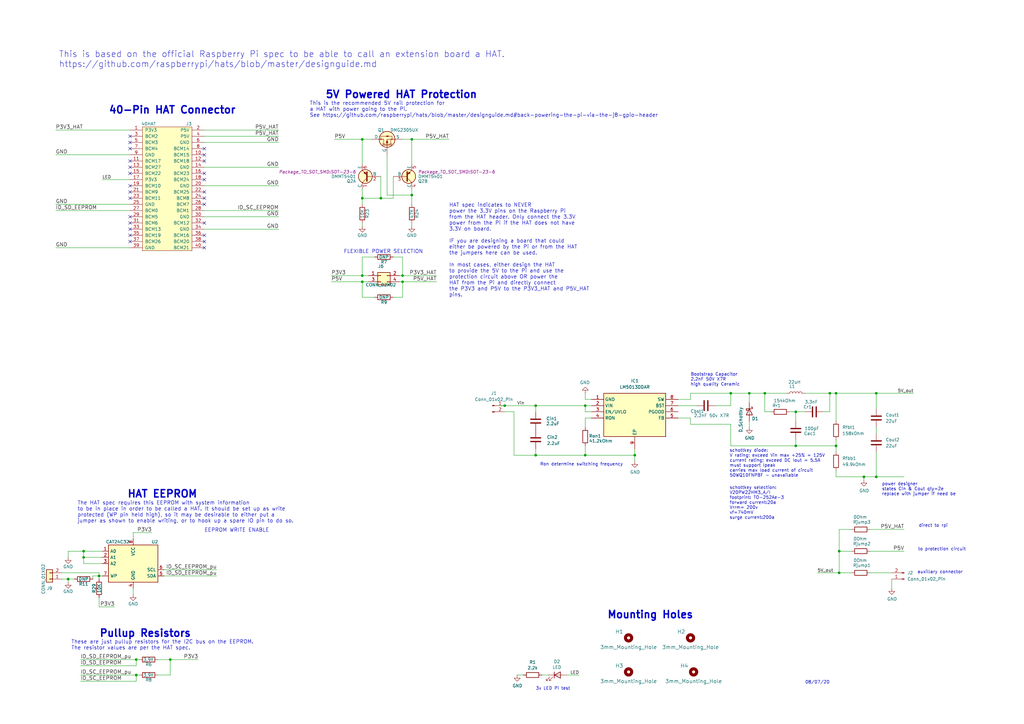
<source format=kicad_sch>
(kicad_sch (version 20250114) (generator "eeschema") (generator_version "9.0")
  (paper "A3")
  (title_block (title "Raspberry Pi HAT") (rev "A"))
  (lib_symbols
    (symbol "Connector:Conn_01x02_Pin" (pin_names (offset 1.016) (hide yes))
      (property "Reference" "J" (at 0 2.54 0))
      (property "Value" "Conn_01x02_Pin" (at 0 -5.08 0))
      (symbol "Conn_01x02_Pin_1_1"
        (rectangle (start 0.8636 0.127) (end 0 -0.127) (stroke (width 0.1524)) (fill (type outline)))
        (rectangle (start 0.8636 -2.413) (end 0 -2.667) (stroke (width 0.1524)) (fill (type outline)))
        (polyline (pts (xy 1.27 0) (xy 0.8636 0)) (stroke (width 0.1524)))
        (polyline (pts (xy 1.27 -2.54) (xy 0.8636 -2.54)) (stroke (width 0.1524)))
        (pin passive line (at 5.08 0 180) (length 3.81) (name "Pin_1") (number "1"))
        (pin passive line (at 5.08 -2.54 180) (length 3.81) (name "Pin_2") (number "2"))
      )
    )
    (symbol "Connector_Generic:Conn_01x02" (pin_names (offset 1.016) (hide yes))
      (property "Reference" "J" (at 0 2.54 0))
      (property "Value" "Conn_01x02" (at 0 -5.08 0))
      (symbol "Conn_01x02_1_1"
        (rectangle (start -1.27 1.27) (end 1.27 -3.81) (stroke (width 0.254)) (fill (type background)))
        (rectangle (start -1.27 0.127) (end 0 -0.127) (stroke (width 0.1524)))
        (rectangle (start -1.27 -2.413) (end 0 -2.667) (stroke (width 0.1524)))
        (pin passive line (at -5.08 0 0) (length 3.81) (name "Pin_1") (number "1"))
        (pin passive line (at -5.08 -2.54 0) (length 3.81) (name "Pin_2") (number "2"))
      )
    )
    (symbol "Connector_Generic:Conn_02x02_Odd_Even" (pin_names (offset 1.016) (hide yes))
      (property "Reference" "J" (at 1.27 2.54 0))
      (property "Value" "Conn_02x02_Odd_Even" (at 1.27 -5.08 0))
      (symbol "Conn_02x02_Odd_Even_1_1"
        (rectangle (start -1.27 1.27) (end 3.81 -3.81) (stroke (width 0.254)) (fill (type background)))
        (rectangle (start -1.27 0.127) (end 0 -0.127) (stroke (width 0.1524)))
        (rectangle (start -1.27 -2.413) (end 0 -2.667) (stroke (width 0.1524)))
        (rectangle (start 3.81 0.127) (end 2.54 -0.127) (stroke (width 0.1524)))
        (rectangle (start 3.81 -2.413) (end 2.54 -2.667) (stroke (width 0.1524)))
        (pin passive line (at -5.08 0 0) (length 3.81) (name "Pin_1") (number "1"))
        (pin passive line (at -5.08 -2.54 0) (length 3.81) (name "Pin_3") (number "3"))
        (pin passive line (at 7.62 0 180) (length 3.81) (name "Pin_2") (number "2"))
        (pin passive line (at 7.62 -2.54 180) (length 3.81) (name "Pin_4") (number "4"))
      )
    )
    (symbol "Device:C" (pin_numbers (hide yes)) (pin_names (offset 0.254))
      (property "Reference" "C" (at 0.635 2.54 0))
      (property "Value" "C" (at 0.635 -2.54 0))
      (symbol "C_0_1"
        (polyline (pts (xy -2.032 0.762) (xy 2.032 0.762)) (stroke (width 0.508)))
        (polyline (pts (xy -2.032 -0.762) (xy 2.032 -0.762)) (stroke (width 0.508)))
      )
      (symbol "C_1_1"
        (pin passive line (at 0 3.81 270) (length 2.794) (name "~") (number "1"))
        (pin passive line (at 0 -3.81 90) (length 2.794) (name "~") (number "2"))
      )
    )
    (symbol "Device:D_Schottky" (pin_numbers (hide yes)) (pin_names (offset 1.016) (hide yes))
      (property "Reference" "D" (at 0 2.54 0))
      (property "Value" "D_Schottky" (at 0 -2.54 0))
      (symbol "D_Schottky_0_1"
        (polyline (pts (xy -1.905 0.635) (xy -1.905 1.27) (xy -1.27 1.27) (xy -1.27 -1.27) (xy -0.635 -1.27) (xy -0.635 -0.635)) (stroke (width 0.254)))
        (polyline (pts (xy 1.27 1.27) (xy 1.27 -1.27) (xy -1.27 0) (xy 1.27 1.27)) (stroke (width 0.254)))
        (polyline (pts (xy 1.27 0) (xy -1.27 0)))
      )
      (symbol "D_Schottky_1_1"
        (pin passive line (at -3.81 0 0) (length 2.54) (name "K") (number "1"))
        (pin passive line (at 3.81 0 180) (length 2.54) (name "A") (number "2"))
      )
    )
    (symbol "Device:L" (pin_numbers (hide yes)) (pin_names (offset 1.016) (hide yes))
      (property "Reference" "L" (at -1.27 0 90))
      (property "Value" "L" (at 1.905 0 90))
      (symbol "L_0_1"
        (arc (start 0 2.54) (mid 0.6323 1.905) (end 0 1.27))
        (arc (start 0 1.27) (mid 0.6323 0.635) (end 0 0))
        (arc (start 0 0) (mid 0.6323 -0.635) (end 0 -1.27))
        (arc (start 0 -1.27) (mid 0.6323 -1.905) (end 0 -2.54))
      )
      (symbol "L_1_1"
        (pin passive line (at 0 3.81 270) (length 1.27) (name "1") (number "1"))
        (pin passive line (at 0 -3.81 90) (length 1.27) (name "2") (number "2"))
      )
    )
    (symbol "Device:LED" (pin_numbers (hide yes)) (pin_names (offset 1.016) (hide yes))
      (property "Reference" "D" (at 0 2.54 0))
      (property "Value" "LED" (at 0 -2.54 0))
      (symbol "LED_0_1"
        (polyline (pts (xy -3.048 -0.762) (xy -4.572 -2.286) (xy -3.81 -2.286) (xy -4.572 -2.286) (xy -4.572 -1.524)))
        (polyline (pts (xy -1.778 -0.762) (xy -3.302 -2.286) (xy -2.54 -2.286) (xy -3.302 -2.286) (xy -3.302 -1.524)))
        (polyline (pts (xy -1.27 0) (xy 1.27 0)))
        (polyline (pts (xy -1.27 -1.27) (xy -1.27 1.27)) (stroke (width 0.254)))
        (polyline (pts (xy 1.27 -1.27) (xy 1.27 1.27) (xy -1.27 0) (xy 1.27 -1.27)) (stroke (width 0.254)))
      )
      (symbol "LED_1_1"
        (pin passive line (at -3.81 0 0) (length 2.54) (name "K") (number "1"))
        (pin passive line (at 3.81 0 180) (length 2.54) (name "A") (number "2"))
      )
    )
    (symbol "Device:R" (pin_numbers (hide yes)) (pin_names (offset 0))
      (property "Reference" "R" (at 2.032 0 90))
      (property "Value" "R" (at 0 0 90))
      (symbol "R_0_1"
        (rectangle (start -1.016 -2.54) (end 1.016 2.54) (stroke (width 0.254)))
      )
      (symbol "R_1_1"
        (pin passive line (at 0 3.81 270) (length 1.27) (name "~") (number "1"))
        (pin passive line (at 0 -3.81 90) (length 1.27) (name "~") (number "2"))
      )
    )
    (symbol "LM5013DDAR:LM5013DDAR"
      (property "Reference" "IC" (at 31.75 7.62 0))
      (property "Value" "LM5013DDAR" (at 31.75 5.08 0))
      (symbol "LM5013DDAR_1_1"
        (rectangle (start 5.08 2.54) (end 30.48 -15.24) (stroke (width 0.254)) (fill (type background)))
        (pin passive line (at 0 0 0) (length 5.08) (name "GND") (number "1"))
        (pin passive line (at 0 -2.54 0) (length 5.08) (name "VIN") (number "2"))
        (pin passive line (at 0 -5.08 0) (length 5.08) (name "EN/UVLO") (number "3"))
        (pin passive line (at 0 -7.62 0) (length 5.08) (name "RON") (number "4"))
        (pin passive line (at 17.78 -20.32 90) (length 5.08) (name "EP") (number "9"))
        (pin passive line (at 35.56 0 180) (length 5.08) (name "SW") (number "8"))
        (pin passive line (at 35.56 -2.54 180) (length 5.08) (name "BST") (number "7"))
        (pin passive line (at 35.56 -5.08 180) (length 5.08) (name "PGOOD") (number "6"))
        (pin passive line (at 35.56 -7.62 180) (length 5.08) (name "FB") (number "5"))
      )
    )
    (symbol "Mechanical:MountingHole" (pin_names (offset 1.016))
      (property "Reference" "H" (at 0 5.08 0))
      (property "Value" "MountingHole" (at 0 3.175 0))
      (symbol "MountingHole_0_1"
        (circle (center 0 0) (radius 1.27) (stroke (width 1.27)))
      )
    )
    (symbol "power:GND" (power) (pin_names (offset 0))
      (property "Value" "GND" (at 0 -3.81 0))
      (symbol "GND_0_1"
        (polyline (pts (xy 0 0) (xy 0 -1.27) (xy 1.27 -1.27) (xy 0 -2.54) (xy -1.27 -1.27) (xy 0 -1.27)))
      )
      (symbol "GND_1_1"
        (pin power_in line (at 0 0 270) (length 0) (hide yes) (name "GND") (number "1"))
      )
    )
    (symbol "raspberrypi_hat:CAT24C32" (pin_names (offset 0.762))
      (property "Reference" "U" (at -8.89 8.89 0))
      (property "Value" "CAT24C32" (at 6.35 8.89 0))
      (symbol "CAT24C32_0_0"
        (pin power_in line (at 0 10.16 270) (length 2.54) (name "VCC") (number "8"))
        (pin power_in line (at 0 -10.16 90) (length 2.54) (name "GND") (number "4"))
      )
      (symbol "CAT24C32_1_1"
        (rectangle (start -10.16 -7.62) (end 10.16 7.62) (stroke (width 0.254)) (fill (type background)))
        (pin input line (at -12.7 5.08 0) (length 2.54) (name "A0") (number "1"))
        (pin input line (at -12.7 2.54 0) (length 2.54) (name "A1") (number "2"))
        (pin input line (at -12.7 0 0) (length 2.54) (name "A2") (number "3"))
        (pin input line (at -12.7 -5.08 0) (length 2.54) (name "WP") (number "7"))
        (pin input line (at 12.7 -2.54 180) (length 2.54) (name "SCL") (number "6"))
        (pin bidirectional line (at 12.7 -5.08 180) (length 2.54) (name "SDA") (number "5"))
      )
    )
    (symbol "raspberrypi_hat:DMG2305UX" (pin_numbers (hide yes)) (pin_names (offset 0))
      (property "Reference" "Q" (at -2.54 3.81 0))
      (property "Value" "DMG2305UX" (at 12.7 3.81 0))
      (symbol "DMG2305UX_0_1"
        (polyline (pts (xy -2.54 0) (xy -2.286 0)) (stroke (width 0.254)))
        (polyline (pts (xy -2.286 1.778) (xy -2.286 -1.905) (xy -2.286 -1.397) (xy -2.286 -1.651)) (stroke (width 0.254)))
        (polyline (pts (xy -1.778 1.905) (xy -1.778 0.889)))
        (polyline (pts (xy -1.778 1.397) (xy 0 1.397)))
        (polyline (pts (xy -1.778 0.508) (xy -1.778 -0.508)))
        (polyline (pts (xy -1.778 0) (xy 0 0)))
        (polyline (pts (xy -1.778 -1.016) (xy -1.778 -2.032)))
        (polyline (pts (xy -1.778 -1.524) (xy 0 -1.524)))
        (polyline (pts (xy -0.381 0) (xy -1.397 0.381) (xy -1.397 -0.381) (xy -0.381 0)) (fill (type outline)))
        (polyline (pts (xy 0 2.54) (xy 1.27 2.54) (xy 1.27 0.508) (xy 1.27 -2.032) (xy 0 -2.032)))
        (polyline (pts (xy 0 2.159) (xy 0 1.397)))
        (polyline (pts (xy 0 1.524) (xy 0 2.794)))
        (circle (center 0 0) (radius 3.2512) (stroke (width 0.254)) (fill (type background)))
        (polyline (pts (xy 0 -1.27) (xy 0 -2.032)))
        (polyline (pts (xy 0 -1.778) (xy 0 0)))
        (polyline (pts (xy 0 -2.032) (xy 0 -2.921)))
        (circle (center 0.0254 2.54) (radius 0.1778) (fill (type outline)))
        (circle (center 0.0254 -2.032) (radius 0.1524) (fill (type outline)))
        (polyline (pts (xy 0.889 -0.5334) (xy 1.6764 -0.508)))
        (polyline (pts (xy 1.27 -0.4572) (xy 0.9906 0.1524) (xy 1.524 0.1524) (xy 1.2446 -0.4572)) (fill (type outline)))
      )
      (symbol "DMG2305UX_1_1"
        (pin input line (at -6.35 0 0) (length 3.81) (name "G") (number "1"))
        (pin passive line (at 0 6.35 270) (length 3.81) (name "D") (number "3"))
        (pin passive line (at 0 -6.35 90) (length 3.81) (name "S") (number "2"))
      )
    )
    (symbol "raspberrypi_hat:DMMT5401" (pin_names (offset 0))
      (property "Reference" "Q" (at 5.08 1.905 0))
      (property "Value" "DMMT5401" (at 5.08 0 0))
      (property "Footprint" "SOT-26" (at 5.08 -1.905 0))
      (symbol "DMMT5401_0_1"
        (polyline (pts (xy 0 0) (xy 0.635 0)))
        (polyline (pts (xy 0.635 1.905) (xy 0.635 -1.905) (xy 0.635 -1.905)) (stroke (width 0.508)) (fill (type outline)))
        (circle (center 1.27 0) (radius 2.8194) (stroke (width 0.254)) (fill (type background)))
        (polyline (pts (xy 1.397 -1.905) (xy 1.905 -1.397) (xy 0.889 -0.889) (xy 1.397 -1.905) (xy 1.397 -1.905)) (fill (type outline)))
        (polyline (pts (xy 2.54 2.54) (xy 0.635 0.635)))
        (polyline (pts (xy 2.54 -2.54) (xy 0.635 -0.635)))
      )
      (symbol "DMMT5401_1_1"
        (pin input line (at -5.08 0 0) (length 5.08) (name "B") (number "2"))
        (pin passive line (at 2.54 5.08 270) (length 2.54) (name "C") (number "1"))
        (pin passive line (at 2.54 -5.08 90) (length 2.54) (name "E") (number "6"))
      )
      (symbol "DMMT5401_2_1"
        (pin input line (at -5.08 0 0) (length 5.08) (name "B") (number "3"))
        (pin passive line (at 2.54 5.08 270) (length 2.54) (name "C") (number "4"))
        (pin passive line (at 2.54 -5.08 90) (length 2.54) (name "E") (number "5"))
      )
    )
    (symbol "raspberrypi_hat:OX40HAT" (pin_names (offset 1.016))
      (property "Reference" "J" (at 8.89 2.54 0))
      (property "Value" "OX40HAT" (at -7.62 2.54 0))
      (symbol "OX40HAT_0_1"
        (rectangle (start -10.16 1.27) (end 10.16 -49.53) (fill (type background)))
      )
      (symbol "OX40HAT_1_1"
        (pin bidirectional line (at -15.24 0 0) (length 5.08) (name "P3V3") (number "1"))
        (pin bidirectional line (at -15.24 -2.54 0) (length 5.08) (name "BCM2") (number "3"))
        (pin bidirectional line (at -15.24 -5.08 0) (length 5.08) (name "BCM3") (number "5"))
        (pin bidirectional line (at -15.24 -7.62 0) (length 5.08) (name "BCM4") (number "7"))
        (pin bidirectional line (at -15.24 -10.16 0) (length 5.08) (name "GND") (number "9"))
        (pin bidirectional line (at -15.24 -12.7 0) (length 5.08) (name "BCM17") (number "11"))
        (pin bidirectional line (at -15.24 -15.24 0) (length 5.08) (name "BCM27") (number "13"))
        (pin bidirectional line (at -15.24 -17.78 0) (length 5.08) (name "BCM22") (number "15"))
        (pin bidirectional line (at -15.24 -20.32 0) (length 5.08) (name "P3V3") (number "17"))
        (pin bidirectional line (at -15.24 -22.86 0) (length 5.08) (name "BCM10") (number "19"))
        (pin bidirectional line (at -15.24 -25.4 0) (length 5.08) (name "BCM9") (number "21"))
        (pin bidirectional line (at -15.24 -27.94 0) (length 5.08) (name "BCM11") (number "23"))
        (pin bidirectional line (at -15.24 -30.48 0) (length 5.08) (name "GND") (number "25"))
        (pin bidirectional line (at -15.24 -33.02 0) (length 5.08) (name "BCM0") (number "27"))
        (pin bidirectional line (at -15.24 -35.56 0) (length 5.08) (name "BCM5") (number "29"))
        (pin bidirectional line (at -15.24 -38.1 0) (length 5.08) (name "BCM6") (number "31"))
        (pin bidirectional line (at -15.24 -40.64 0) (length 5.08) (name "BCM13") (number "33"))
        (pin bidirectional line (at -15.24 -43.18 0) (length 5.08) (name "BCM19") (number "35"))
        (pin bidirectional line (at -15.24 -45.72 0) (length 5.08) (name "BCM26") (number "37"))
        (pin bidirectional line (at -15.24 -48.26 0) (length 5.08) (name "GND") (number "39"))
        (pin bidirectional line (at 15.24 0 180) (length 5.08) (name "P5V") (number "2"))
        (pin bidirectional line (at 15.24 -2.54 180) (length 5.08) (name "P5V") (number "4"))
        (pin bidirectional line (at 15.24 -5.08 180) (length 5.08) (name "GND") (number "6"))
        (pin bidirectional line (at 15.24 -7.62 180) (length 5.08) (name "BCM14") (number "8"))
        (pin bidirectional line (at 15.24 -10.16 180) (length 5.08) (name "BCM15") (number "10"))
        (pin bidirectional line (at 15.24 -12.7 180) (length 5.08) (name "BCM18") (number "12"))
        (pin bidirectional line (at 15.24 -15.24 180) (length 5.08) (name "GND") (number "14"))
        (pin bidirectional line (at 15.24 -17.78 180) (length 5.08) (name "BCM23") (number "16"))
        (pin bidirectional line (at 15.24 -20.32 180) (length 5.08) (name "BCM24") (number "18"))
        (pin bidirectional line (at 15.24 -22.86 180) (length 5.08) (name "GND") (number "20"))
        (pin bidirectional line (at 15.24 -25.4 180) (length 5.08) (name "BCM25") (number "22"))
        (pin bidirectional line (at 15.24 -27.94 180) (length 5.08) (name "BCM8") (number "24"))
        (pin bidirectional line (at 15.24 -30.48 180) (length 5.08) (name "BCM7") (number "26"))
        (pin bidirectional line (at 15.24 -33.02 180) (length 5.08) (name "BCM1") (number "28"))
        (pin bidirectional line (at 15.24 -35.56 180) (length 5.08) (name "GND") (number "30"))
        (pin bidirectional line (at 15.24 -38.1 180) (length 5.08) (name "BCM12") (number "32"))
        (pin bidirectional line (at 15.24 -40.64 180) (length 5.08) (name "GND") (number "34"))
        (pin bidirectional line (at 15.24 -43.18 180) (length 5.08) (name "BCM16") (number "36"))
        (pin bidirectional line (at 15.24 -45.72 180) (length 5.08) (name "BCM20") (number "38"))
        (pin bidirectional line (at 15.24 -48.26 180) (length 5.08) (name "BCM21") (number "40"))
      )
    )
  )
  (text "3v LED Pi test" (at 219.71 283.21 0) (effects (font (size 1.27 1.27)) (justify left bottom)))
  (text "This is the recommended 5V rail protection for \na HAT with power going to the Pi.\nSee https://github.com/raspberrypi/hats/blob/master/designguide.md#back-powering-the-pi-via-the-j8-gpio-header" (at 127 48.26 0) (effects (font (size 1.524 1.524)) (justify left bottom)))
  (text "direct to rpi" (at 382.778 215.646 0) (effects (font (size 1.27 1.27))))
  (text "5V Powered HAT Protection" (at 133.35 40.64 0) (effects (font (size 2.9972 2.9972) (thickness 0.5994) (bold yes)) (justify left bottom)))
  (text "08/07/20" (at 330.2 280.67 0) (effects (font (size 1.27 1.27)) (justify left bottom)))
  (text "HAT EEPROM" (at 52.07 204.47 0) (effects (font (size 2.9972 2.9972) (thickness 0.5994) (bold yes)) (justify left bottom)))
  (text "Pullup Resistors" (at 40.64 261.62 0) (effects (font (size 2.9972 2.9972) (thickness 0.5994) (bold yes)) (justify left bottom)))
  (text "schottkey selection:\nV20PW22HM3_A/I\nfootprint: TO-252Ae-3\nforward current:20a\nVrrm= 200v\nvf=740mV\nsurge current:200a\n" (at 299.212 206.248 0) (effects (font (size 1.27 1.27)) (justify left)))
  (text "The HAT spec requires this EEPROM with system information\nto be in place in order to be called a HAT. It should be set up as write\nprotected (WP pin held high), so it may be desirable to either put a \njumper as shown to enable writing, or to hook up a spare IO pin to do so." (at 31.75 214.63 0) (effects (font (size 1.524 1.524)) (justify left bottom)))
  (text "This is based on the official Raspberry Pi spec to be able to call an extension board a HAT.\nhttps://github.com/raspberrypi/hats/blob/master/designguide.md" (at 24.13 27.94 0) (effects (font (size 2.54 2.54)) (justify left bottom)))
  (text "HAT spec indicates to NEVER\npower the 3.3V pins on the Raspberry Pi \nfrom the HAT header. Only connect the 3.3V\npower from the Pi if the HAT does not have\n3.3V on board.\n\nIF you are designing a board that could\neither be powered by the Pi or from the HAT\nthe jumpers here can be used.\n\nIn most cases, either design the HAT \nto provide the 5V to the Pi and use the\nprotection circuit above OR power the\nHAT from the Pi and directly connect\nthe P3V3 and P5V to the P3V3_HAT and P5V_HAT\npins." (at 184.15 121.92 0) (effects (font (size 1.524 1.524)) (justify left bottom)))
  (text "EEPROM WRITE ENABLE" (at 83.82 218.44 0) (effects (font (size 1.524 1.524)) (justify left bottom)))
  (text "schottkey diode:\nV rating; exceed Vin max +25% = 125V\ncurrent rating; exceed DC Iout = 5.5A\nmust support Ipeak\ncarries max load current of circuit\n50WQ10FNPBF - unavailable" (at 299.212 189.992 0) (effects (font (size 1.27 1.27)) (justify left)))
  (text "These are just pullup resistors for the I2C bus on the EEPROM.\nThe resistor values are per the HAT spec." (at 29.21 266.7 0) (effects (font (size 1.524 1.524)) (justify left bottom)))
  (text "to protection circuit" (at 386.334 225.298 0) (effects (font (size 1.27 1.27))))
  (text "power designer\nstates Cin & Cout qty=2e\nreplace with jumper if need be" (at 361.696 200.66 0) (effects (font (size 1.27 1.27)) (justify left)))
  (text "40-Pin HAT Connector" (at 44.45 46.99 0) (effects (font (size 2.9972 2.9972) (thickness 0.5994) (bold yes)) (justify left bottom)))
  (text "Ron determine switching frequency" (at 238.506 190.5 0) (effects (font (size 1.27 1.27))))
  (text "Mounting Holes" (at 248.92 254 0) (effects (font (size 2.9972 2.9972) (thickness 0.5994) (bold yes)) (justify left bottom)))
  (text "FLEXIBLE POWER SELECTION" (at 140.97 104.14 0) (effects (font (size 1.524 1.524)) (justify left bottom)))
  (text "Bootstrap Capacitor\n2.2nF 50V X7R\nhigh quality Ceramic" (at 283.21 155.702 0) (effects (font (size 1.27 1.27)) (justify left)))
  (text "auxillary connector" (at 385.572 234.696 0) (effects (font (size 1.27 1.27))))
  (junction (at 313.69 161.29))
  (junction (at 219.71 166.37))
  (junction (at 168.91 80.01))
  (junction (at 240.03 166.37))
  (junction (at 359.41 161.29))
  (junction (at 168.91 57.15))
  (junction (at 342.9 161.29))
  (junction (at 354.33 195.58))
  (junction (at 69.85 270.51))
  (junction (at 219.71 186.69))
  (junction (at 148.59 115.57))
  (junction (at 40.64 236.22))
  (junction (at 260.35 186.69))
  (junction (at 340.36 161.29))
  (junction (at 34.29 226.06))
  (junction (at 359.41 195.58))
  (junction (at 148.59 113.03))
  (junction (at 240.03 186.69))
  (junction (at 55.88 270.51))
  (junction (at 344.17 226.06))
  (junction (at 326.39 168.91))
  (junction (at 148.59 57.15))
  (junction (at 207.01 166.37))
  (junction (at 326.39 182.88))
  (junction (at 307.34 161.29))
  (junction (at 55.88 276.86))
  (junction (at 156.21 81.28))
  (junction (at 165.1 115.57))
  (junction (at 344.17 234.95))
  (junction (at 299.72 161.29))
  (junction (at 165.1 113.03))
  (junction (at 34.29 228.6))
  (junction (at 342.9 182.88))
  (junction (at 148.59 81.28))
  (junction (at 27.94 237.49))
  (no_connect (at 83.82 91.44))
  (no_connect (at 83.82 63.5))
  (no_connect (at 83.82 78.74))
  (no_connect (at 53.34 88.9))
  (no_connect (at 53.34 91.44))
  (no_connect (at 83.82 101.6))
  (no_connect (at 53.34 99.06))
  (no_connect (at 83.82 73.66))
  (no_connect (at 83.82 66.04))
  (no_connect (at 53.34 78.74))
  (no_connect (at 83.82 81.28))
  (no_connect (at 53.34 66.04))
  (no_connect (at 53.34 68.58))
  (no_connect (at 83.82 71.12))
  (no_connect (at 53.34 58.42))
  (no_connect (at 53.34 55.88))
  (no_connect (at 83.82 60.96))
  (no_connect (at 53.34 60.96))
  (no_connect (at 53.34 76.2))
  (no_connect (at 83.82 96.52))
  (no_connect (at 53.34 96.52))
  (no_connect (at 53.34 81.28))
  (no_connect (at 53.34 93.98))
  (no_connect (at 83.82 99.06))
  (no_connect (at 53.34 71.12))
  (no_connect (at 83.82 83.82))
  (wire (pts (xy 240.03 171.45) (xy 242.57 171.45)))
  (wire (pts (xy 38.1 236.22) (xy 38.1 237.49)))
  (wire (pts (xy 326.39 168.91) (xy 326.39 172.72)))
  (wire (pts (xy 137.16 57.15) (xy 148.59 57.15)))
  (wire (pts (xy 356.87 234.95) (xy 365.76 234.95)))
  (wire (pts (xy 370.84 195.58) (xy 359.41 195.58)))
  (wire (pts (xy 27.94 237.49) (xy 30.48 237.49)))
  (wire (pts (xy 27.94 226.06) (xy 34.29 226.06)))
  (wire (pts (xy 158.75 63.5) (xy 158.75 80.01)))
  (wire (pts (xy 83.82 55.88) (xy 114.3 55.88)))
  (wire (pts (xy 342.9 195.58) (xy 354.33 195.58)))
  (wire (pts (xy 40.64 236.22) (xy 41.91 236.22)))
  (wire (pts (xy 335.28 234.95) (xy 344.17 234.95)))
  (wire (pts (xy 165.1 121.92) (xy 165.1 115.57)))
  (wire (pts (xy 54.61 218.44) (xy 62.23 218.44)))
  (wire (pts (xy 207.01 166.37) (xy 219.71 166.37)))
  (wire (pts (xy 165.1 57.15) (xy 168.91 57.15)))
  (wire (pts (xy 53.34 86.36) (xy 22.86 86.36)))
  (wire (pts (xy 242.57 166.37) (xy 240.03 166.37)))
  (wire (pts (xy 158.75 80.01) (xy 168.91 80.01)))
  (wire (pts (xy 163.83 113.03) (xy 165.1 113.03)))
  (wire (pts (xy 260.35 184.15) (xy 260.35 186.69)))
  (wire (pts (xy 153.67 105.41) (xy 148.59 105.41)))
  (wire (pts (xy 349.25 217.17) (xy 344.17 217.17)))
  (wire (pts (xy 165.1 113.03) (xy 165.1 105.41)))
  (wire (pts (xy 40.64 234.95) (xy 40.64 236.22)))
  (wire (pts (xy 55.88 279.4) (xy 33.02 279.4)))
  (wire (pts (xy 135.89 115.57) (xy 148.59 115.57)))
  (wire (pts (xy 214.63 276.86) (xy 212.09 276.86)))
  (wire (pts (xy 260.35 189.23) (xy 260.35 186.69)))
  (wire (pts (xy 222.25 276.86) (xy 224.79 276.86)))
  (wire (pts (xy 27.94 226.06) (xy 27.94 228.6)))
  (wire (pts (xy 53.34 63.5) (xy 22.86 63.5)))
  (wire (pts (xy 299.72 166.37) (xy 299.72 161.29)))
  (wire (pts (xy 33.02 276.86) (xy 55.88 276.86)))
  (wire (pts (xy 135.89 113.03) (xy 148.59 113.03)))
  (wire (pts (xy 326.39 168.91) (xy 330.2 168.91)))
  (wire (pts (xy 38.1 236.22) (xy 40.64 236.22)))
  (wire (pts (xy 40.64 248.92) (xy 40.64 245.11)))
  (wire (pts (xy 55.88 276.86) (xy 57.15 276.86)))
  (wire (pts (xy 83.82 53.34) (xy 114.3 53.34)))
  (wire (pts (xy 165.1 105.41) (xy 161.29 105.41)))
  (wire (pts (xy 53.34 53.34) (xy 22.86 53.34)))
  (wire (pts (xy 156.21 72.39) (xy 156.21 81.28)))
  (wire (pts (xy 161.29 121.92) (xy 165.1 121.92)))
  (wire (pts (xy 240.03 182.88) (xy 240.03 186.69)))
  (wire (pts (xy 340.36 168.91) (xy 340.36 161.29)))
  (wire (pts (xy 148.59 115.57) (xy 148.59 121.92)))
  (wire (pts (xy 316.23 168.91) (xy 313.69 168.91)))
  (wire (pts (xy 168.91 80.01) (xy 168.91 83.82)))
  (wire (pts (xy 148.59 105.41) (xy 148.59 113.03)))
  (wire (pts (xy 83.82 76.2) (xy 114.3 76.2)))
  (wire (pts (xy 204.47 166.37) (xy 207.01 166.37)))
  (wire (pts (xy 307.34 165.1) (xy 307.34 161.29)))
  (wire (pts (xy 342.9 161.29) (xy 342.9 172.72)))
  (wire (pts (xy 34.29 231.14) (xy 41.91 231.14)))
  (wire (pts (xy 27.94 238.76) (xy 27.94 237.49)))
  (wire (pts (xy 240.03 168.91) (xy 240.03 166.37)))
  (wire (pts (xy 69.85 276.86) (xy 69.85 270.51)))
  (wire (pts (xy 342.9 193.04) (xy 342.9 195.58)))
  (wire (pts (xy 34.29 226.06) (xy 34.29 228.6)))
  (wire (pts (xy 337.82 168.91) (xy 340.36 168.91)))
  (wire (pts (xy 299.72 182.88) (xy 326.39 182.88)))
  (wire (pts (xy 148.59 81.28) (xy 148.59 83.82)))
  (wire (pts (xy 41.91 228.6) (xy 34.29 228.6)))
  (wire (pts (xy 283.21 173.99) (xy 299.72 173.99)))
  (wire (pts (xy 219.71 186.69) (xy 240.03 186.69)))
  (wire (pts (xy 342.9 161.29) (xy 359.41 161.29)))
  (wire (pts (xy 67.31 233.68) (xy 88.9 233.68)))
  (wire (pts (xy 359.41 161.29) (xy 359.41 167.64)))
  (wire (pts (xy 210.82 168.91) (xy 210.82 186.69)))
  (wire (pts (xy 69.85 270.51) (xy 81.28 270.51)))
  (wire (pts (xy 55.88 270.51) (xy 57.15 270.51)))
  (wire (pts (xy 168.91 77.47) (xy 168.91 80.01)))
  (wire (pts (xy 340.36 161.29) (xy 342.9 161.29)))
  (wire (pts (xy 83.82 88.9) (xy 114.3 88.9)))
  (wire (pts (xy 148.59 77.47) (xy 148.59 81.28)))
  (wire (pts (xy 55.88 273.05) (xy 55.88 270.51)))
  (wire (pts (xy 55.88 273.05) (xy 33.02 273.05)))
  (wire (pts (xy 313.69 168.91) (xy 313.69 161.29)))
  (wire (pts (xy 163.83 115.57) (xy 165.1 115.57)))
  (wire (pts (xy 148.59 81.28) (xy 156.21 81.28)))
  (wire (pts (xy 219.71 166.37) (xy 219.71 168.91)))
  (wire (pts (xy 83.82 68.58) (xy 114.3 68.58)))
  (wire (pts (xy 330.2 161.29) (xy 340.36 161.29)))
  (wire (pts (xy 232.41 276.86) (xy 237.49 276.86)))
  (wire (pts (xy 356.87 226.06) (xy 370.84 226.06)))
  (wire (pts (xy 46.99 248.92) (xy 40.64 248.92)))
  (wire (pts (xy 354.33 195.58) (xy 354.33 196.85)))
  (wire (pts (xy 88.9 236.22) (xy 67.31 236.22)))
  (wire (pts (xy 83.82 58.42) (xy 114.3 58.42)))
  (wire (pts (xy 323.85 168.91) (xy 326.39 168.91)))
  (wire (pts (xy 148.59 92.71) (xy 148.59 91.44)))
  (wire (pts (xy 25.4 234.95) (xy 40.64 234.95)))
  (wire (pts (xy 365.76 237.49) (xy 365.76 241.3)))
  (wire (pts (xy 326.39 182.88) (xy 342.9 182.88)))
  (wire (pts (xy 156.21 81.28) (xy 161.29 81.28)))
  (wire (pts (xy 148.59 67.31) (xy 148.59 57.15)))
  (wire (pts (xy 349.25 226.06) (xy 344.17 226.06)))
  (wire (pts (xy 34.29 228.6) (xy 34.29 231.14)))
  (wire (pts (xy 168.91 92.71) (xy 168.91 91.44)))
  (wire (pts (xy 344.17 234.95) (xy 349.25 234.95)))
  (wire (pts (xy 299.72 173.99) (xy 299.72 182.88)))
  (wire (pts (xy 313.69 161.29) (xy 322.58 161.29)))
  (wire (pts (xy 168.91 67.31) (xy 168.91 57.15)))
  (wire (pts (xy 356.87 217.17) (xy 370.84 217.17)))
  (wire (pts (xy 278.13 163.83) (xy 283.21 163.83)))
  (wire (pts (xy 344.17 226.06) (xy 344.17 234.95)))
  (wire (pts (xy 165.1 115.57) (xy 179.07 115.57)))
  (wire (pts (xy 344.17 217.17) (xy 344.17 226.06)))
  (wire (pts (xy 55.88 279.4) (xy 55.88 276.86)))
  (wire (pts (xy 207.01 168.91) (xy 210.82 168.91)))
  (wire (pts (xy 342.9 182.88) (xy 342.9 185.42)))
  (wire (pts (xy 359.41 161.29) (xy 374.65 161.29)))
  (wire (pts (xy 41.91 73.66) (xy 53.34 73.66)))
  (wire (pts (xy 242.57 168.91) (xy 240.03 168.91)))
  (wire (pts (xy 293.37 166.37) (xy 299.72 166.37)))
  (wire (pts (xy 34.29 226.06) (xy 41.91 226.06)))
  (wire (pts (xy 359.41 175.26) (xy 359.41 177.8)))
  (wire (pts (xy 33.02 270.51) (xy 55.88 270.51)))
  (wire (pts (xy 54.61 218.44) (xy 54.61 220.98)))
  (wire (pts (xy 161.29 81.28) (xy 161.29 72.39)))
  (wire (pts (xy 148.59 115.57) (xy 151.13 115.57)))
  (wire (pts (xy 83.82 86.36) (xy 114.3 86.36)))
  (wire (pts (xy 25.4 237.49) (xy 27.94 237.49)))
  (wire (pts (xy 219.71 184.15) (xy 219.71 186.69)))
  (wire (pts (xy 210.82 186.69) (xy 219.71 186.69)))
  (wire (pts (xy 342.9 180.34) (xy 342.9 182.88)))
  (wire (pts (xy 240.03 186.69) (xy 260.35 186.69)))
  (wire (pts (xy 278.13 171.45) (xy 283.21 171.45)))
  (wire (pts (xy 283.21 171.45) (xy 283.21 173.99)))
  (wire (pts (xy 219.71 166.37) (xy 240.03 166.37)))
  (wire (pts (xy 326.39 180.34) (xy 326.39 182.88)))
  (wire (pts (xy 148.59 121.92) (xy 153.67 121.92)))
  (wire (pts (xy 240.03 171.45) (xy 240.03 175.26)))
  (wire (pts (xy 54.61 241.3) (xy 54.61 243.84)))
  (wire (pts (xy 83.82 93.98) (xy 114.3 93.98)))
  (wire (pts (xy 278.13 166.37) (xy 285.75 166.37)))
  (wire (pts (xy 307.34 161.29) (xy 313.69 161.29)))
  (wire (pts (xy 283.21 163.83) (xy 283.21 161.29)))
  (wire (pts (xy 69.85 276.86) (xy 64.77 276.86)))
  (wire (pts (xy 299.72 161.29) (xy 307.34 161.29)))
  (wire (pts (xy 359.41 195.58) (xy 354.33 195.58)))
  (wire (pts (xy 307.34 172.72) (xy 307.34 175.26)))
  (wire (pts (xy 148.59 57.15) (xy 152.4 57.15)))
  (wire (pts (xy 53.34 101.6) (xy 22.86 101.6)))
  (wire (pts (xy 165.1 113.03) (xy 179.07 113.03)))
  (wire (pts (xy 40.64 236.22) (xy 40.64 237.49)))
  (wire (pts (xy 168.91 57.15) (xy 184.15 57.15)))
  (wire (pts (xy 148.59 113.03) (xy 151.13 113.03)))
  (wire (pts (xy 283.21 161.29) (xy 299.72 161.29)))
  (wire (pts (xy 240.03 163.83) (xy 240.03 161.29)))
  (wire (pts (xy 359.41 185.42) (xy 359.41 195.58)))
  (wire (pts (xy 64.77 270.51) (xy 69.85 270.51)))
  (wire (pts (xy 53.34 83.82) (xy 22.86 83.82)))
  (wire (pts (xy 242.57 163.83) (xy 240.03 163.83)))
  (label "P5V_HAT" (at 114.3 55.88 180) (effects (font (size 1.524 1.524))))
  (label "P5V_HAT" (at 184.15 57.15 180) (effects (font (size 1.524 1.524))))
  (label "P5V_HAT" (at 370.84 217.17 180) (effects (font (size 1.524 1.524))))
  (label "GND" (at 114.3 58.42 180) (effects (font (size 1.524 1.524))))
  (label "P3V3_HAT" (at 179.07 113.03 180) (effects (font (size 1.524 1.524))))
  (label "ID_SC_EEPROM_pu" (at 33.02 276.86 0) (effects (font (size 1.524 1.524))))
  (label "P3V3" (at 46.99 248.92 180) (effects (font (size 1.524 1.524))))
  (label "LED" (at 237.49 276.86 180))
  (label "ID_SD_EEPROM_pu" (at 88.9 236.22 180) (effects (font (size 1.524 1.524))))
  (label "P5V" (at 135.89 115.57 0) (effects (font (size 1.524 1.524))))
  (label "P5V" (at 370.84 226.06 180) (effects (font (size 1.524 1.524))))
  (label "GND" (at 114.3 76.2 180) (effects (font (size 1.524 1.524))))
  (label "GND" (at 114.3 88.9 180) (effects (font (size 1.524 1.524))))
  (label "P3V3" (at 135.89 113.03 0) (effects (font (size 1.524 1.524))))
  (label "ID_SC_EEPROM" (at 114.3 86.36 180) (effects (font (size 1.524 1.524))))
  (label "P3V3_HAT" (at 22.86 53.34 0) (effects (font (size 1.524 1.524))))
  (label "LED" (at 41.91 73.66 0))
  (label "P5V_HAT" (at 114.3 53.34 180) (effects (font (size 1.524 1.524))))
  (label "P5V_HAT" (at 179.07 115.57 180) (effects (font (size 1.524 1.524))))
  (label "P5V" (at 137.16 57.15 0) (effects (font (size 1.524 1.524))))
  (label "5V_out" (at 374.65 161.29 180))
  (label "Vin" (at 212.09 166.37 0))
  (label "P3V3" (at 62.23 218.44 180) (effects (font (size 1.524 1.524))))
  (label "GND" (at 114.3 68.58 180) (effects (font (size 1.524 1.524))))
  (label "GND" (at 22.86 63.5 0) (effects (font (size 1.524 1.524))))
  (label "ID_SC_EEPROM_pu" (at 88.9 233.68 180) (effects (font (size 1.524 1.524))))
  (label "ID_SD_EEPROM_pu" (at 33.02 270.51 0) (effects (font (size 1.524 1.524))))
  (label "ID_SD_EEPROM" (at 22.86 86.36 0) (effects (font (size 1.524 1.524))))
  (label "GND" (at 22.86 83.82 0) (effects (font (size 1.524 1.524))))
  (label "GND" (at 114.3 93.98 180) (effects (font (size 1.524 1.524))))
  (label "5V_out" (at 335.28 234.95 0))
  (label "ID_SD_EEPROM" (at 33.02 273.05 0) (effects (font (size 1.524 1.524))))
  (label "P3V3" (at 81.28 270.51 180) (effects (font (size 1.524 1.524))))
  (label "ID_SC_EEPROM" (at 33.02 279.4 0) (effects (font (size 1.524 1.524))))
  (label "GND" (at 22.86 101.6 0) (effects (font (size 1.524 1.524))))
  (symbol (lib_id "Mechanical:MountingHole") (at 257.81 261.62 0) (unit 1)
    (property "Reference" "H1" (at 254 259.08 0) (effects (font (size 1.524 1.524))))
    (property "Value" "3mm_Mounting_Hole" (at 257.81 265.43 0) (effects (font (size 1.524 1.524))))
    (property "Footprint" "MountingHole:MountingHole_3.2mm_M3" (effects (hide yes)))
  )
  (symbol (lib_id "Mechanical:MountingHole") (at 283.21 261.62 0) (unit 1)
    (property "Reference" "H2" (at 279.4 259.08 0) (effects (font (size 1.524 1.524))))
    (property "Value" "3mm_Mounting_Hole" (at 283.21 265.43 0) (effects (font (size 1.524 1.524))))
    (property "Footprint" "MountingHole:MountingHole_3.2mm_M3" (effects (hide yes)))
  )
  (symbol (lib_id "Mechanical:MountingHole") (at 257.81 275.59 0) (unit 1)
    (property "Reference" "H3" (at 254 273.05 0) (effects (font (size 1.524 1.524))))
    (property "Value" "3mm_Mounting_Hole" (at 257.81 279.4 0) (effects (font (size 1.524 1.524))))
    (property "Footprint" "MountingHole:MountingHole_3.2mm_M3" (effects (hide yes)))
  )
  (symbol (lib_id "Mechanical:MountingHole") (at 284.48 275.59 0) (unit 1)
    (property "Reference" "H4" (at 280.67 273.05 0) (effects (font (size 1.524 1.524))))
    (property "Value" "3mm_Mounting_Hole" (at 284.48 279.4 0) (effects (font (size 1.524 1.524))))
    (property "Footprint" "MountingHole:MountingHole_3.2mm_M3" (effects (hide yes)))
  )
  (symbol (lib_id "raspberrypi_hat:OX40HAT") (at 68.58 53.34 0) (unit 1)
    (property "Reference" "J3" (at 77.47 50.8 0))
    (property "Value" "40HAT" (at 60.96 50.8 0))
    (property "Footprint" "Connector_PinSocket_2.54mm:PinSocket_2x20_P2.54mm_Vertical" (effects (hide yes)))
  )
  (symbol (lib_id "Connector_Generic:Conn_02x02_Odd_Even") (at 156.21 113.03 0) (unit 1)
    (property "Reference" "J6" (at 156.21 109.22 0))
    (property "Value" "CONN_02X02" (at 156.21 116.84 0))
    (property "Footprint" "Connector_PinHeader_2.54mm:PinHeader_2x02_P2.54mm_Vertical" (effects (hide yes)))
  )
  (symbol (lib_id "raspberrypi_hat:DMG2305UX") (at 158.75 57.15 90) (unit 1)
    (property "Reference" "Q1" (at 154.94 53.34 90) (effects (justify right)))
    (property "Value" "DMG2305UX" (at 160.02 53.34 90) (effects (justify right)))
    (property "Footprint" "Package_TO_SOT_SMD:SOT-23" (effects (hide yes)))
  )
  (symbol (lib_id "raspberrypi_hat:DMMT5401") (at 151.13 72.39 180) (unit 1)
    (property "Reference" "Q2" (at 146.05 74.295 0) (effects (justify left)))
    (property "Value" "DMMT5401" (at 146.05 72.39 0) (effects (justify left)))
    (property "Footprint" "Package_TO_SOT_SMD:SOT-23-6" (at 146.05 70.485 0) (effects (font (italic yes)) (justify left)))
  )
  (symbol (lib_id "raspberrypi_hat:DMMT5401") (at 166.37 72.39 0) (mirror x) (unit 2)
    (property "Reference" "Q2" (at 171.45 74.295 0) (effects (justify left)))
    (property "Value" "DMMT5401" (at 171.45 72.39 0) (effects (justify left)))
    (property "Footprint" "Package_TO_SOT_SMD:SOT-23-6" (at 171.45 70.485 0) (effects (font (italic yes)) (justify left)))
  )
  (symbol (lib_id "Device:R") (at 148.59 87.63 0) (unit 1)
    (property "Reference" "R23" (at 150.622 87.63 90))
    (property "Value" "10K" (at 148.59 87.63 90))
    (property "Footprint" "Resistor_SMD:R_0603_1608Metric_Pad0.98x0.95mm_HandSolder" (effects (hide yes)))
  )
  (symbol (lib_id "Device:R") (at 168.91 87.63 0) (unit 1)
    (property "Reference" "R24" (at 170.942 87.63 90))
    (property "Value" "47K" (at 168.91 87.63 90))
    (property "Footprint" "Resistor_SMD:R_0603_1608Metric_Pad0.98x0.95mm_HandSolder" (effects (hide yes)))
  )
  (symbol (lib_id "power:GND") (at 148.59 92.71 0) (unit 1)
    (property "Reference" "#PWR01" (effects (hide yes)))
    (property "Value" "GND" (at 148.59 96.52 0))
  )
  (symbol (lib_id "power:GND") (at 168.91 92.71 0) (unit 1)
    (property "Reference" "#PWR02" (effects (hide yes)))
    (property "Value" "GND" (at 168.91 96.52 0))
  )
  (symbol (lib_id "raspberrypi_hat:CAT24C32") (at 54.61 231.14 0) (unit 1)
    (property "Reference" "U2" (at 63.5 222.25 0))
    (property "Value" "CAT24C32" (at 48.26 222.25 0))
    (property "Footprint" "Package_SO:SOIC-8_3.9x4.9mm_P1.27mm" (effects (hide yes)))
  )
  (symbol (lib_id "Device:R") (at 60.96 270.51 270) (unit 1)
    (property "Reference" "R6" (at 60.96 272.542 90))
    (property "Value" "3.9K" (at 60.96 270.51 90))
    (property "Footprint" "Resistor_SMD:R_0603_1608Metric_Pad0.98x0.95mm_HandSolder" (effects (hide yes)))
  )
  (symbol (lib_id "Device:R") (at 60.96 276.86 270) (unit 1)
    (property "Reference" "R8" (at 60.96 278.892 90))
    (property "Value" "3.9K" (at 60.96 276.86 90))
    (property "Footprint" "Resistor_SMD:R_0603_1608Metric_Pad0.98x0.95mm_HandSolder" (effects (hide yes)))
  )
  (symbol (lib_id "Connector_Generic:Conn_01x02") (at 20.32 237.49 180) (unit 1)
    (property "Reference" "J9" (at 20.32 241.3 0))
    (property "Value" "CONN_01X02" (at 17.78 237.49 90))
    (property "Footprint" "Connector_PinHeader_2.54mm:PinHeader_1x02_P2.54mm_Vertical" (effects (hide yes)))
  )
  (symbol (lib_id "Device:R") (at 40.64 241.3 180) (unit 1)
    (property "Reference" "R29" (at 38.608 241.3 90))
    (property "Value" "10K" (at 40.64 241.3 90))
    (property "Footprint" "Resistor_SMD:R_0603_1608Metric_Pad0.98x0.95mm_HandSolder" (effects (hide yes)))
  )
  (symbol (lib_id "power:GND") (at 27.94 228.6 0) (unit 1)
    (property "Reference" "#PWR03" (effects (hide yes)))
    (property "Value" "GND" (at 27.94 232.41 0))
  )
  (symbol (lib_id "power:GND") (at 27.94 238.76 0) (unit 1)
    (property "Reference" "#PWR04" (effects (hide yes)))
    (property "Value" "GND" (at 27.94 242.57 0))
  )
  (symbol (lib_id "Device:R") (at 157.48 105.41 270) (unit 1)
    (property "Reference" "R7" (at 157.48 107.442 90))
    (property "Value" "DNP" (at 157.48 105.41 90))
    (property "Footprint" "Resistor_SMD:R_0603_1608Metric_Pad0.98x0.95mm_HandSolder" (effects (hide yes)))
  )
  (symbol (lib_id "Device:R") (at 157.48 121.92 270) (unit 1)
    (property "Reference" "R9" (at 157.48 123.952 90))
    (property "Value" "DNP" (at 157.48 121.92 90))
    (property "Footprint" "Resistor_SMD:R_0603_1608Metric_Pad0.98x0.95mm_HandSolder" (effects (hide yes)))
  )
  (symbol (lib_id "Device:R") (at 34.29 237.49 270) (unit 1)
    (property "Reference" "R11" (at 34.29 239.522 90))
    (property "Value" "DNP" (at 34.29 237.49 90))
    (property "Footprint" "Resistor_SMD:R_0603_1608Metric_Pad0.98x0.95mm_HandSolder" (effects (hide yes)))
  )
  (symbol (lib_id "power:GND") (at 54.61 243.84 0) (unit 1)
    (property "Reference" "#PWR05" (effects (hide yes)))
    (property "Value" "GND" (at 54.61 247.65 0))
  )
  (symbol (lib_id "Device:LED") (at 228.6 276.86 0) (unit 1)
    (property "Reference" "D2" (at 228.4222 271.3482 0))
    (property "Value" "LED" (at 228.4222 273.6596 0))
    (property "Footprint" "LED_SMD:LED_0805_2012Metric" (effects (hide yes)))
  )
  (symbol (lib_id "Device:R") (at 218.44 276.86 90) (unit 1)
    (property "Reference" "R1" (at 218.44 271.6022 90))
    (property "Value" "2.2k" (at 218.44 273.9136 90))
    (property "Footprint" "Resistor_SMD:R_0805_2012Metric" (effects (hide yes)))
  )
  (symbol (lib_id "power:GND") (at 212.09 276.86 0) (unit 1)
    (property "Reference" "#PWR06" (effects (hide yes)))
    (property "Value" "GND" (at 212.217 281.2542 0))
  )
  (symbol (lib_id "power:GND") (at 365.76 241.3 0) (unit 1)
    (property "Reference" "#PWR07" (effects (hide yes)))
    (property "Value" "GND" (at 365.887 245.6942 0))
  )
  (symbol (lib_id "Device:C") (at 326.39 176.53 0) (unit 1)
    (property "Reference" "Cac1" (at 329.692 177.8001 0) (effects (justify left)))
    (property "Value" "100pF" (at 329.946 175.768 0) (effects (justify left)))
    (property "Footprint" "Capacitor_SMD:C_0805_2012Metric_Pad1.18x1.45mm_HandSolder" (effects (hide yes)))
    (property "Description" "Unpolarized capacitor" (effects (hide yes)))
  )
  (symbol (lib_id "Connector:Conn_01x02_Pin") (at 370.84 237.49 180) (unit 1)
    (property "Reference" "J2" (at 372.11 234.9499 0) (effects (justify right)))
    (property "Value" "Conn_01x02_Pin" (at 372.11 237.4899 0) (effects (justify right)))
    (property "Footprint" "Connector_PinHeader_2.54mm:PinHeader_1x02_P2.54mm_Vertical" (effects (hide yes)))
    (property "Description" "Generic connector, single row, 01x02, script generated" (effects (hide yes)))
  )
  (symbol (lib_id "Device:R") (at 353.06 217.17 90) (unit 1)
    (property "Reference" "Rjump3" (at 357.124 214.122 90) (effects (justify left)))
    (property "Value" "0Ohm" (at 355.6 212.09 90) (effects (justify left)))
    (property "Footprint" "Resistor_SMD:R_0805_2012Metric_Pad1.20x1.40mm_HandSolder" (effects (hide yes)))
    (property "Description" "Resistor" (effects (hide yes)))
  )
  (symbol (lib_id "power:GND") (at 307.34 175.26 0) (unit 1)
    (property "Reference" "#PWR010" (effects (hide yes)))
    (property "Value" "GND" (at 307.467 179.6542 0))
  )
  (symbol (lib_id "Device:C") (at 359.41 171.45 0) (unit 1)
    (property "Reference" "Cout1" (at 363.22 170.1799 0) (effects (justify left)))
    (property "Value" "22uF" (at 363.22 172.7199 0) (effects (justify left)))
    (property "Footprint" "Capacitor_SMD:C_1210_3225Metric_Pad1.33x2.70mm_HandSolder" (effects (hide yes)))
    (property "Description" "Unpolarized capacitor" (effects (hide yes)))
  )
  (symbol (lib_id "LM5013DDAR:LM5013DDAR") (at 242.57 163.83 0) (unit 1)
    (property "Reference" "IC1" (at 260.35 156.21 0))
    (property "Value" "LM5013DDAR" (at 260.35 158.75 0))
    (property "Footprint" "kyuditsky_kicad:SOIC127P600X170-9N" (effects (hide yes)))
    (property "Datasheet" "https://www.ti.com/lit/ds/symlink/lm5013.pdf" (effects (hide yes)))
    (property "Description" "Switching Voltage Regulators 6-V to 100-V input, 3.5-A non-synchronous buck DC/DC converter with ultra-low quiescent current (IQ) 8-SO PowerPAD -40 to 150" (effects (hide yes)))
    (property "Height" "1.7" (effects (hide yes)))
    (property "Mouser Part Number" "595-LM5013DDAR" (effects (hide yes)))
    (property "Mouser Price/Stock" "https://www.mouser.co.uk/ProductDetail/Texas-Instruments/LM5013DDAR?qs=T%252BzbugeAwjiWkH6WZkskpg%3D%3D" (effects (hide yes)))
    (property "Manufacturer_Name" "Texas Instruments" (effects (hide yes)))
    (property "Manufacturer_Part_Number" "LM5013DDAR" (effects (hide yes)))
  )
  (symbol (lib_id "Device:R") (at 240.03 179.07 0) (unit 1)
    (property "Reference" "Ron1" (at 241.554 178.816 0) (effects (justify left)))
    (property "Value" "41.2kOhm" (at 241.554 180.848 0) (effects (justify left)))
    (property "Footprint" "Resistor_SMD:R_0402_1005Metric_Pad0.72x0.64mm_HandSolder" (effects (hide yes)))
    (property "Description" "Resistor" (effects (hide yes)))
  )
  (symbol (lib_id "Device:R") (at 342.9 189.23 0) (unit 1)
    (property "Reference" "Rfbb1" (at 345.44 187.9599 0) (effects (justify left)))
    (property "Value" "49.9kOhm" (at 345.44 190.4999 0) (effects (justify left)))
    (property "Footprint" "Resistor_SMD:R_0603_1608Metric_Pad0.98x0.95mm_HandSolder" (effects (hide yes)))
    (property "Description" "Resistor" (effects (hide yes)))
  )
  (symbol (lib_id "Device:D_Schottky") (at 307.34 168.91 270) (unit 1)
    (property "Reference" "D1" (at 308.356 171.704 90) (effects (justify left)))
    (property "Value" "D_Schottky" (at 303.784 166.878 0) (effects (justify left)))
    (property "Footprint" "kyuditsky_kicad:TO-252-Ae-3" (effects (hide yes)))
    (property "Description" "Schottky diode" (effects (hide yes)))
  )
  (symbol (lib_id "Device:L") (at 326.39 161.29 90) (unit 1)
    (property "Reference" "L1" (at 326.136 158.496 90) (effects (justify left)))
    (property "Value" "22uH" (at 328.422 156.718 90) (effects (justify left)))
    (property "Description" "Inductor" (effects (hide yes)))
  )
  (symbol (lib_id "Device:C") (at 334.01 168.91 90) (unit 1)
    (property "Reference" "Cr1" (at 331.216 166.878 90))
    (property "Value" "3.3nF" (at 332.74 164.846 90))
    (property "Footprint" "Capacitor_SMD:C_0805_2012Metric_Pad1.18x1.45mm_HandSolder" (effects (hide yes)))
    (property "Description" "Unpolarized capacitor" (effects (hide yes)))
  )
  (symbol (lib_id "Device:C") (at 219.71 180.34 0) (unit 1)
    (property "Reference" "Cin2" (at 224.282 179.324 0) (effects (justify left)))
    (property "Value" "2.2uF" (at 224.282 181.864 0) (effects (justify left)))
    (property "Footprint" "Capacitor_SMD:C_1210_3225Metric_Pad1.33x2.70mm_HandSolder" (effects (hide yes)))
    (property "Description" "Unpolarized capacitor" (effects (hide yes)))
  )
  (symbol (lib_id "Device:C") (at 359.41 181.61 0) (unit 1)
    (property "Reference" "Cout2" (at 363.22 180.3399 0) (effects (justify left)))
    (property "Value" "22uF" (at 363.22 182.8799 0) (effects (justify left)))
    (property "Footprint" "Capacitor_SMD:C_1210_3225Metric_Pad1.33x2.70mm_HandSolder" (effects (hide yes)))
    (property "Description" "Unpolarized capacitor" (effects (hide yes)))
  )
  (symbol (lib_id "Device:R") (at 342.9 176.53 0) (unit 1)
    (property "Reference" "Rfbt1" (at 345.44 175.2599 0) (effects (justify left)))
    (property "Value" "158kOhm" (at 345.44 177.7999 0) (effects (justify left)))
    (property "Footprint" "Resistor_SMD:R_0603_1608Metric_Pad0.98x0.95mm_HandSolder" (effects (hide yes)))
    (property "Description" "Resistor" (effects (hide yes)))
  )
  (symbol (lib_id "Device:C") (at 289.56 166.37 270) (unit 1)
    (property "Reference" "Cbst1" (at 286.004 168.656 90))
    (property "Value" "2.2nF 50v X7R" (at 291.846 170.434 90))
    (property "Footprint" "Capacitor_SMD:C_0805_2012Metric_Pad1.18x1.45mm_HandSolder" (effects (hide yes)))
    (property "Description" "Unpolarized capacitor" (effects (hide yes)))
  )
  (symbol (lib_id "Device:R") (at 320.04 168.91 90) (unit 1)
    (property "Reference" "Rr1" (at 318.516 166.37 90))
    (property "Value" "154kOhm" (at 321.818 164.338 90))
    (property "Footprint" "Resistor_SMD:R_0603_1608Metric_Pad0.98x0.95mm_HandSolder" (effects (hide yes)))
    (property "Description" "Resistor" (effects (hide yes)))
  )
  (symbol (lib_id "power:GND") (at 260.35 189.23 0) (unit 1)
    (property "Reference" "#PWR09" (effects (hide yes)))
    (property "Value" "GND" (at 260.477 193.6242 0))
  )
  (symbol (lib_id "Device:R") (at 353.06 226.06 90) (unit 1)
    (property "Reference" "Rjump2" (at 357.124 223.012 90) (effects (justify left)))
    (property "Value" "0Ohm" (at 355.6 220.98 90) (effects (justify left)))
    (property "Footprint" "Resistor_SMD:R_0805_2012Metric_Pad1.20x1.40mm_HandSolder" (effects (hide yes)))
    (property "Description" "Resistor" (effects (hide yes)))
  )
  (symbol (lib_id "power:GND") (at 354.33 196.85 0) (unit 1)
    (property "Reference" "#PWR08" (effects (hide yes)))
    (property "Value" "GND" (at 354.457 201.2442 0))
  )
  (symbol (lib_id "Device:C") (at 219.71 172.72 0) (unit 1)
    (property "Reference" "Cin1" (at 224.028 171.704 0) (effects (justify left)))
    (property "Value" "2.2uF" (at 224.028 173.736 0) (effects (justify left)))
    (property "Footprint" "Capacitor_SMD:C_1210_3225Metric_Pad1.33x2.70mm_HandSolder" (effects (hide yes)))
    (property "Description" "Unpolarized capacitor" (effects (hide yes)))
  )
  (symbol (lib_id "Connector:Conn_01x02_Pin") (at 201.93 166.37 0) (unit 1)
    (property "Reference" "J1" (at 202.565 161.29 0))
    (property "Value" "Conn_01x02_Pin" (at 202.565 163.83 0))
    (property "Footprint" "Connector_PinHeader_2.54mm:PinHeader_1x02_P2.54mm_Vertical" (effects (hide yes)))
    (property "Description" "Generic connector, single row, 01x02, script generated" (effects (hide yes)))
  )
  (symbol (lib_id "power:GND") (at 240.03 161.29 180) (unit 1)
    (property "Reference" "#PWR011" (effects (hide yes)))
    (property "Value" "GND" (at 239.903 156.8958 0))
  )
  (symbol (lib_id "Device:R") (at 353.06 234.95 90) (unit 1)
    (property "Reference" "Rjump1" (at 357.124 231.902 90) (effects (justify left)))
    (property "Value" "0Ohm" (at 355.6 229.87 90) (effects (justify left)))
    (property "Footprint" "Resistor_SMD:R_0805_2012Metric_Pad1.20x1.40mm_HandSolder" (effects (hide yes)))
    (property "Description" "Resistor" (effects (hide yes)))
  )
)
</source>
